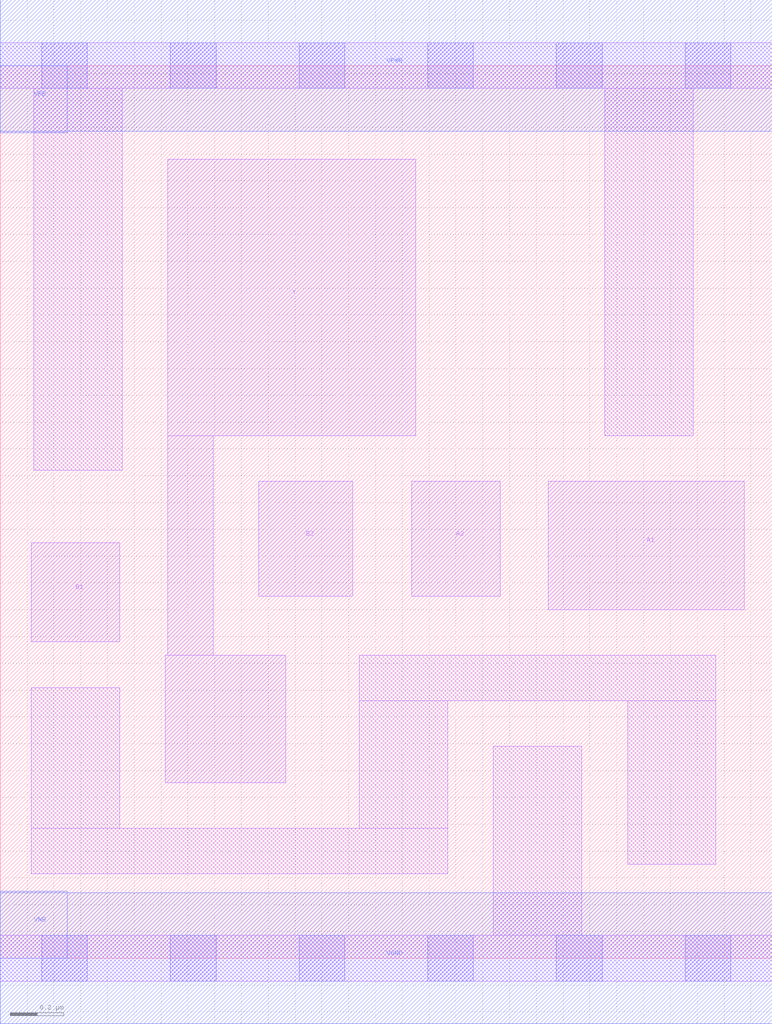
<source format=lef>
# Copyright 2020 The SkyWater PDK Authors
#
# Licensed under the Apache License, Version 2.0 (the "License");
# you may not use this file except in compliance with the License.
# You may obtain a copy of the License at
#
#     https://www.apache.org/licenses/LICENSE-2.0
#
# Unless required by applicable law or agreed to in writing, software
# distributed under the License is distributed on an "AS IS" BASIS,
# WITHOUT WARRANTIES OR CONDITIONS OF ANY KIND, either express or implied.
# See the License for the specific language governing permissions and
# limitations under the License.
#
# SPDX-License-Identifier: Apache-2.0

VERSION 5.5 ;
NAMESCASESENSITIVE ON ;
BUSBITCHARS "[]" ;
DIVIDERCHAR "/" ;
MACRO sky130_fd_sc_hs__o22ai_1
  CLASS CORE ;
  SOURCE USER ;
  ORIGIN  0.000000  0.000000 ;
  SIZE  2.880000 BY  3.330000 ;
  SYMMETRY X Y ;
  SITE unit ;
  PIN A1
    ANTENNAGATEAREA  0.279000 ;
    DIRECTION INPUT ;
    USE SIGNAL ;
    PORT
      LAYER li1 ;
        RECT 2.045000 1.300000 2.775000 1.780000 ;
    END
  END A1
  PIN A2
    ANTENNAGATEAREA  0.279000 ;
    DIRECTION INPUT ;
    USE SIGNAL ;
    PORT
      LAYER li1 ;
        RECT 1.535000 1.350000 1.865000 1.780000 ;
    END
  END A2
  PIN B1
    ANTENNAGATEAREA  0.279000 ;
    DIRECTION INPUT ;
    USE SIGNAL ;
    PORT
      LAYER li1 ;
        RECT 0.115000 1.180000 0.445000 1.550000 ;
    END
  END B1
  PIN B2
    ANTENNAGATEAREA  0.279000 ;
    DIRECTION INPUT ;
    USE SIGNAL ;
    PORT
      LAYER li1 ;
        RECT 0.965000 1.350000 1.315000 1.780000 ;
    END
  END B2
  PIN Y
    ANTENNADIFFAREA  0.895900 ;
    DIRECTION OUTPUT ;
    USE SIGNAL ;
    PORT
      LAYER li1 ;
        RECT 0.615000 0.655000 1.065000 1.130000 ;
        RECT 0.625000 1.130000 0.795000 1.950000 ;
        RECT 0.625000 1.950000 1.550000 2.980000 ;
    END
  END Y
  PIN VGND
    DIRECTION INOUT ;
    USE GROUND ;
    PORT
      LAYER met1 ;
        RECT 0.000000 -0.245000 2.880000 0.245000 ;
    END
  END VGND
  PIN VNB
    DIRECTION INOUT ;
    USE GROUND ;
    PORT
      LAYER met1 ;
        RECT 0.000000 0.000000 0.250000 0.250000 ;
    END
  END VNB
  PIN VPB
    DIRECTION INOUT ;
    USE POWER ;
    PORT
      LAYER met1 ;
        RECT 0.000000 3.080000 0.250000 3.330000 ;
    END
  END VPB
  PIN VPWR
    DIRECTION INOUT ;
    USE POWER ;
    PORT
      LAYER met1 ;
        RECT 0.000000 3.085000 2.880000 3.575000 ;
    END
  END VPWR
  OBS
    LAYER li1 ;
      RECT 0.000000 -0.085000 2.880000 0.085000 ;
      RECT 0.000000  3.245000 2.880000 3.415000 ;
      RECT 0.115000  0.315000 1.670000 0.485000 ;
      RECT 0.115000  0.485000 0.445000 1.010000 ;
      RECT 0.125000  1.820000 0.455000 3.245000 ;
      RECT 1.340000  0.485000 1.670000 0.960000 ;
      RECT 1.340000  0.960000 2.670000 1.130000 ;
      RECT 1.840000  0.085000 2.170000 0.790000 ;
      RECT 2.255000  1.950000 2.585000 3.245000 ;
      RECT 2.340000  0.350000 2.670000 0.960000 ;
    LAYER mcon ;
      RECT 0.155000 -0.085000 0.325000 0.085000 ;
      RECT 0.155000  3.245000 0.325000 3.415000 ;
      RECT 0.635000 -0.085000 0.805000 0.085000 ;
      RECT 0.635000  3.245000 0.805000 3.415000 ;
      RECT 1.115000 -0.085000 1.285000 0.085000 ;
      RECT 1.115000  3.245000 1.285000 3.415000 ;
      RECT 1.595000 -0.085000 1.765000 0.085000 ;
      RECT 1.595000  3.245000 1.765000 3.415000 ;
      RECT 2.075000 -0.085000 2.245000 0.085000 ;
      RECT 2.075000  3.245000 2.245000 3.415000 ;
      RECT 2.555000 -0.085000 2.725000 0.085000 ;
      RECT 2.555000  3.245000 2.725000 3.415000 ;
  END
END sky130_fd_sc_hs__o22ai_1

</source>
